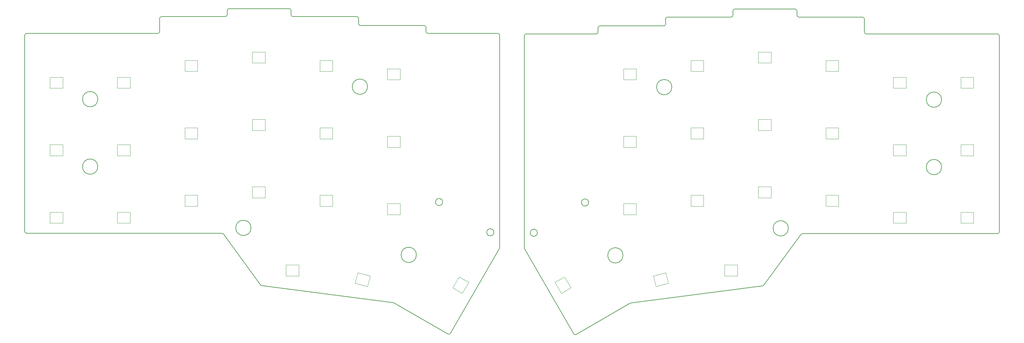
<source format=gm1>
G04 #@! TF.GenerationSoftware,KiCad,Pcbnew,7.0.7*
G04 #@! TF.CreationDate,2024-01-09T11:53:47+08:00*
G04 #@! TF.ProjectId,corne-cherry,636f726e-652d-4636-9865-7272792e6b69,3.0.1*
G04 #@! TF.SameCoordinates,Original*
G04 #@! TF.FileFunction,Profile,NP*
%FSLAX46Y46*%
G04 Gerber Fmt 4.6, Leading zero omitted, Abs format (unit mm)*
G04 Created by KiCad (PCBNEW 7.0.7) date 2024-01-09 11:53:47*
%MOMM*%
%LPD*%
G01*
G04 APERTURE LIST*
G04 #@! TA.AperFunction,Profile*
%ADD10C,0.200000*%
G04 #@! TD*
G04 #@! TA.AperFunction,Profile*
%ADD11C,0.120000*%
G04 #@! TD*
G04 APERTURE END LIST*
D10*
X181807964Y-102628624D02*
X218992829Y-97791818D01*
X130437729Y-111317428D02*
G75*
G03*
X131121024Y-111134331I250171J432928D01*
G01*
X269416000Y-45309500D02*
G75*
G03*
X269416000Y-45309500I-2150000J0D01*
G01*
X60606400Y-21914616D02*
X67717599Y-21914616D01*
X105717900Y-24414016D02*
X123716899Y-24414016D01*
X191184500Y-24547600D02*
G75*
G03*
X191684500Y-24047600I0J500000D01*
G01*
X115094436Y-102495040D02*
X77909571Y-97658234D01*
X144902029Y-87239199D02*
X131121025Y-111134331D01*
X107753900Y-41661416D02*
G75*
G03*
X107753900Y-41661416I-2150000J0D01*
G01*
X236316000Y-83050600D02*
X279066000Y-83049800D01*
X124216898Y-24913217D02*
X124218901Y-26167015D01*
X155572500Y-82804500D02*
G75*
G03*
X155572500Y-82804500I-1000000J0D01*
G01*
X152433546Y-26798000D02*
G75*
G03*
X151933500Y-27298000I-46J-500000D01*
G01*
X247684000Y-26298000D02*
G75*
G03*
X248183976Y-26798000I500000J0D01*
G01*
X211183900Y-19797800D02*
G75*
G03*
X210683900Y-20297800I0J-500000D01*
G01*
X269416000Y-64309500D02*
G75*
G03*
X269416000Y-64309500I-2150000J0D01*
G01*
X144968900Y-27164416D02*
X144968900Y-86989401D01*
X77570079Y-97457020D02*
X67115747Y-83121408D01*
X151933522Y-87122985D02*
G75*
G03*
X152000372Y-87372783I500078J-15D01*
G01*
X130437719Y-111317444D02*
X115280119Y-102557952D01*
X77570117Y-97456993D02*
G75*
G03*
X77909571Y-97658234I404083J294693D01*
G01*
X49718400Y-21916216D02*
X60606400Y-21914616D01*
X226259000Y-81550000D02*
G75*
G03*
X226259000Y-81550000I-2150000J0D01*
G01*
X179692500Y-89164500D02*
G75*
G03*
X179692500Y-89164500I-2150000J0D01*
G01*
X124218885Y-26167015D02*
G75*
G03*
X124718946Y-26666216I500015J815D01*
G01*
X166464681Y-111451028D02*
X181622281Y-102691536D01*
X31786400Y-45175916D02*
G75*
G03*
X31786400Y-45175916I-2150000J0D01*
G01*
X173185502Y-24547602D02*
G75*
G03*
X172685503Y-25046801I-2J-499998D01*
G01*
X11217484Y-82416000D02*
G75*
G03*
X11717484Y-82916016I500016J0D01*
G01*
X11719276Y-26666200D02*
G75*
G03*
X11219300Y-27166200I24J-500000D01*
G01*
X285684900Y-82549584D02*
X285683100Y-27299784D01*
X144902017Y-87239192D02*
G75*
G03*
X144968900Y-86989401I-433017J249792D01*
G01*
X105217884Y-23914016D02*
G75*
G03*
X105717900Y-24414016I500016J16D01*
G01*
X60586400Y-82917016D02*
X17836400Y-82916216D01*
X230190721Y-83049601D02*
X236316000Y-83050600D01*
X165781364Y-111267921D02*
G75*
G03*
X166464681Y-111451028I433136J249821D01*
G01*
X210183900Y-22049800D02*
G75*
G03*
X210683900Y-21549800I0J500000D01*
G01*
X228684802Y-21548921D02*
X228682996Y-20297079D01*
X198306000Y-22049800D02*
X198306000Y-22048200D01*
X128897900Y-74149916D02*
G75*
G03*
X128897900Y-74149916I-1000000J0D01*
G01*
X219332321Y-97590604D02*
X229786653Y-83254992D01*
X105217900Y-22414616D02*
X105217900Y-23914016D01*
X68719403Y-19664216D02*
X85718500Y-19664216D01*
X68719403Y-19664204D02*
G75*
G03*
X68219404Y-20163495I-3J-499996D01*
G01*
X49718400Y-21916200D02*
G75*
G03*
X49218400Y-22416216I0J-500000D01*
G01*
X86218484Y-20164216D02*
G75*
G03*
X85718500Y-19664216I-499984J16D01*
G01*
X86218484Y-21416216D02*
G75*
G03*
X86718500Y-21916216I500016J16D01*
G01*
X31786400Y-64175916D02*
G75*
G03*
X31786400Y-64175916I-2150000J0D01*
G01*
X170004500Y-74283500D02*
G75*
G03*
X170004500Y-74283500I-1000000J0D01*
G01*
X17836400Y-82916216D02*
X11717484Y-82916016D01*
X66711679Y-82916017D02*
X60586400Y-82917016D01*
X193448500Y-41795000D02*
G75*
G03*
X193448500Y-41795000I-2150000J0D01*
G01*
X48718424Y-26664400D02*
G75*
G03*
X49218400Y-26164416I-24J500000D01*
G01*
X236296000Y-22048200D02*
X229184801Y-22048200D01*
X210683900Y-20297800D02*
X210683900Y-21549800D01*
X279066000Y-83049800D02*
X285184917Y-83049600D01*
X247184000Y-22049800D02*
X236296000Y-22048200D01*
X218992829Y-97791815D02*
G75*
G03*
X219332320Y-97590604I-64429J495715D01*
G01*
X151933500Y-27298000D02*
X151933500Y-87122985D01*
X98596400Y-21916216D02*
X98596400Y-21914616D01*
X230190721Y-83049594D02*
G75*
G03*
X229786654Y-83254992I-21J-500106D01*
G01*
X68217598Y-21415337D02*
X68219404Y-20163495D01*
X152000371Y-87372783D02*
X165781375Y-111267915D01*
X210183900Y-22049800D02*
X198306000Y-22049800D01*
X115280126Y-102557940D02*
G75*
G03*
X115094436Y-102495040I-250226J-433160D01*
G01*
X124718946Y-26666216D02*
X144468854Y-26664416D01*
X228182997Y-19797800D02*
X211183900Y-19797800D01*
X124216883Y-24913217D02*
G75*
G03*
X123716899Y-24414016I-499983J-783D01*
G01*
X228684801Y-21548921D02*
G75*
G03*
X229184801Y-22048200I499999J721D01*
G01*
X285683100Y-27299784D02*
G75*
G03*
X285183125Y-26799800I-500000J-16D01*
G01*
X247684000Y-26298000D02*
X247684000Y-22549800D01*
X67717599Y-21914598D02*
G75*
G03*
X68217597Y-21415337I1J499998D01*
G01*
X144968884Y-27164416D02*
G75*
G03*
X144468854Y-26664416I-499984J16D01*
G01*
X192184500Y-22048200D02*
G75*
G03*
X191684500Y-22548200I0J-500000D01*
G01*
X198306000Y-22048200D02*
X192184500Y-22048200D01*
X191184500Y-24547600D02*
X173185502Y-24547600D01*
X98596400Y-21914616D02*
X104717900Y-21914616D01*
X121509900Y-89030916D02*
G75*
G03*
X121509900Y-89030916I-2150000J0D01*
G01*
X228682999Y-20297079D02*
G75*
G03*
X228182997Y-19797800I-499999J-721D01*
G01*
X191684500Y-22548200D02*
X191684500Y-24047600D01*
X74943400Y-81416416D02*
G75*
G03*
X74943400Y-81416416I-2150000J0D01*
G01*
X247684000Y-22549800D02*
G75*
G03*
X247184000Y-22049800I-500000J0D01*
G01*
X11719276Y-26666216D02*
X48718424Y-26664416D01*
X181807964Y-102628627D02*
G75*
G03*
X181622281Y-102691536I64436J-495673D01*
G01*
X11217500Y-82416000D02*
X11219300Y-27166200D01*
X143329900Y-82670916D02*
G75*
G03*
X143329900Y-82670916I-1000000J0D01*
G01*
X49218400Y-26164416D02*
X49218400Y-22416216D01*
X172183454Y-26799799D02*
G75*
G03*
X172683498Y-26300599I46J499999D01*
G01*
X105217884Y-22414616D02*
G75*
G03*
X104717900Y-21914616I-499984J16D01*
G01*
X67115734Y-83121417D02*
G75*
G03*
X66711679Y-82916017I-403934J-294483D01*
G01*
X172685502Y-25046801D02*
X172683499Y-26300599D01*
X172183454Y-26799800D02*
X152433546Y-26798000D01*
X285183125Y-26799800D02*
X248183976Y-26798000D01*
X86218500Y-20164216D02*
X86218500Y-21416216D01*
X86718500Y-21916216D02*
X98596400Y-21916216D01*
X285184917Y-83049600D02*
G75*
G03*
X285684900Y-82549584I-17J500000D01*
G01*
D11*
X18307500Y-38980000D02*
X21907500Y-38980000D01*
X18307500Y-42080000D02*
X18307500Y-38980000D01*
X21907500Y-38980000D02*
X21907500Y-42080000D01*
X21907500Y-42080000D02*
X18307500Y-42080000D01*
X37307500Y-38980000D02*
X40907500Y-38980000D01*
X37307500Y-42080000D02*
X37307500Y-38980000D01*
X40907500Y-38980000D02*
X40907500Y-42080000D01*
X40907500Y-42080000D02*
X37307500Y-42080000D01*
X56307500Y-34230000D02*
X59907500Y-34230000D01*
X56307500Y-37330000D02*
X56307500Y-34230000D01*
X59907500Y-34230000D02*
X59907500Y-37330000D01*
X59907500Y-37330000D02*
X56307500Y-37330000D01*
X75307500Y-31855000D02*
X78907500Y-31855000D01*
X75307500Y-34955000D02*
X75307500Y-31855000D01*
X78907500Y-31855000D02*
X78907500Y-34955000D01*
X78907500Y-34955000D02*
X75307500Y-34955000D01*
X94307500Y-34230000D02*
X97907500Y-34230000D01*
X94307500Y-37330000D02*
X94307500Y-34230000D01*
X97907500Y-34230000D02*
X97907500Y-37330000D01*
X97907500Y-37330000D02*
X94307500Y-37330000D01*
X113307500Y-36605000D02*
X116907500Y-36605000D01*
X113307500Y-39705000D02*
X113307500Y-36605000D01*
X116907500Y-36605000D02*
X116907500Y-39705000D01*
X116907500Y-39705000D02*
X113307500Y-39705000D01*
X18307500Y-57980000D02*
X21907500Y-57980000D01*
X18307500Y-61080000D02*
X18307500Y-57980000D01*
X21907500Y-57980000D02*
X21907500Y-61080000D01*
X21907500Y-61080000D02*
X18307500Y-61080000D01*
X37307500Y-57980000D02*
X40907500Y-57980000D01*
X37307500Y-61080000D02*
X37307500Y-57980000D01*
X40907500Y-57980000D02*
X40907500Y-61080000D01*
X40907500Y-61080000D02*
X37307500Y-61080000D01*
X56307500Y-53230000D02*
X59907500Y-53230000D01*
X56307500Y-56330000D02*
X56307500Y-53230000D01*
X59907500Y-53230000D02*
X59907500Y-56330000D01*
X59907500Y-56330000D02*
X56307500Y-56330000D01*
X75307500Y-50855000D02*
X78907500Y-50855000D01*
X75307500Y-53955000D02*
X75307500Y-50855000D01*
X78907500Y-50855000D02*
X78907500Y-53955000D01*
X78907500Y-53955000D02*
X75307500Y-53955000D01*
X94307500Y-53230000D02*
X97907500Y-53230000D01*
X94307500Y-56330000D02*
X94307500Y-53230000D01*
X97907500Y-53230000D02*
X97907500Y-56330000D01*
X97907500Y-56330000D02*
X94307500Y-56330000D01*
X113307500Y-55605000D02*
X116907500Y-55605000D01*
X113307500Y-58705000D02*
X113307500Y-55605000D01*
X116907500Y-55605000D02*
X116907500Y-58705000D01*
X116907500Y-58705000D02*
X113307500Y-58705000D01*
X18307500Y-76980000D02*
X21907500Y-76980000D01*
X18307500Y-80080000D02*
X18307500Y-76980000D01*
X21907500Y-76980000D02*
X21907500Y-80080000D01*
X21907500Y-80080000D02*
X18307500Y-80080000D01*
X37307500Y-76980000D02*
X40907500Y-76980000D01*
X37307500Y-80080000D02*
X37307500Y-76980000D01*
X40907500Y-76980000D02*
X40907500Y-80080000D01*
X40907500Y-80080000D02*
X37307500Y-80080000D01*
X56307500Y-72230000D02*
X59907500Y-72230000D01*
X56307500Y-75330000D02*
X56307500Y-72230000D01*
X59907500Y-72230000D02*
X59907500Y-75330000D01*
X59907500Y-75330000D02*
X56307500Y-75330000D01*
X75307500Y-69855000D02*
X78907500Y-69855000D01*
X75307500Y-72955000D02*
X75307500Y-69855000D01*
X78907500Y-69855000D02*
X78907500Y-72955000D01*
X78907500Y-72955000D02*
X75307500Y-72955000D01*
X113307500Y-74605000D02*
X116907500Y-74605000D01*
X113307500Y-77705000D02*
X113307500Y-74605000D01*
X116907500Y-74605000D02*
X116907500Y-77705000D01*
X116907500Y-77705000D02*
X113307500Y-77705000D01*
X131728782Y-98313846D02*
X133528782Y-95196154D01*
X134413460Y-99863846D02*
X131728782Y-98313846D01*
X133528782Y-95196154D02*
X136213460Y-96746154D01*
X136213460Y-96746154D02*
X134413460Y-99863846D01*
X217807500Y-50855000D02*
X221407500Y-50855000D01*
X217807500Y-53955000D02*
X217807500Y-50855000D01*
X221407500Y-50855000D02*
X221407500Y-53955000D01*
X221407500Y-53955000D02*
X217807500Y-53955000D01*
X198807500Y-53230000D02*
X202407500Y-53230000D01*
X198807500Y-56330000D02*
X198807500Y-53230000D01*
X202407500Y-53230000D02*
X202407500Y-56330000D01*
X202407500Y-56330000D02*
X198807500Y-56330000D01*
X179807500Y-55605000D02*
X183407500Y-55605000D01*
X179807500Y-58705000D02*
X179807500Y-55605000D01*
X183407500Y-55605000D02*
X183407500Y-58705000D01*
X183407500Y-58705000D02*
X179807500Y-58705000D01*
X274807500Y-76980000D02*
X278407500Y-76980000D01*
X274807500Y-80080000D02*
X274807500Y-76980000D01*
X278407500Y-76980000D02*
X278407500Y-80080000D01*
X278407500Y-80080000D02*
X274807500Y-80080000D01*
X255807500Y-76980000D02*
X259407500Y-76980000D01*
X255807500Y-80080000D02*
X255807500Y-76980000D01*
X259407500Y-76980000D02*
X259407500Y-80080000D01*
X259407500Y-80080000D02*
X255807500Y-80080000D01*
X236807500Y-72230000D02*
X240407500Y-72230000D01*
X236807500Y-75330000D02*
X236807500Y-72230000D01*
X240407500Y-72230000D02*
X240407500Y-75330000D01*
X240407500Y-75330000D02*
X236807500Y-75330000D01*
X217807500Y-69855000D02*
X221407500Y-69855000D01*
X217807500Y-72955000D02*
X217807500Y-69855000D01*
X221407500Y-69855000D02*
X221407500Y-72955000D01*
X221407500Y-72955000D02*
X217807500Y-72955000D01*
X198807500Y-72230000D02*
X202407500Y-72230000D01*
X198807500Y-75330000D02*
X198807500Y-72230000D01*
X202407500Y-72230000D02*
X202407500Y-75330000D01*
X202407500Y-75330000D02*
X198807500Y-75330000D01*
X179807500Y-74605000D02*
X183407500Y-74605000D01*
X179807500Y-77705000D02*
X179807500Y-74605000D01*
X183407500Y-74605000D02*
X183407500Y-77705000D01*
X183407500Y-77705000D02*
X179807500Y-77705000D01*
X208307500Y-91855000D02*
X211907500Y-91855000D01*
X208307500Y-94955000D02*
X208307500Y-91855000D01*
X211907500Y-91855000D02*
X211907500Y-94955000D01*
X211907500Y-94955000D02*
X208307500Y-94955000D01*
X188204054Y-94956837D02*
X191681387Y-94025089D01*
X189006393Y-97951207D02*
X188204054Y-94956837D01*
X191681387Y-94025089D02*
X192483726Y-97019459D01*
X192483726Y-97019459D02*
X189006393Y-97951207D01*
X84807500Y-91855000D02*
X88407500Y-91855000D01*
X84807500Y-94955000D02*
X84807500Y-91855000D01*
X88407500Y-91855000D02*
X88407500Y-94955000D01*
X88407500Y-94955000D02*
X84807500Y-94955000D01*
X105040613Y-94030089D02*
X108517946Y-94961837D01*
X104238274Y-97024459D02*
X105040613Y-94030089D01*
X108517946Y-94961837D02*
X107715607Y-97956207D01*
X107715607Y-97956207D02*
X104238274Y-97024459D01*
X94307500Y-72230000D02*
X97907500Y-72230000D01*
X94307500Y-75330000D02*
X94307500Y-72230000D01*
X97907500Y-72230000D02*
X97907500Y-75330000D01*
X97907500Y-75330000D02*
X94307500Y-75330000D01*
X274807500Y-38980000D02*
X278407500Y-38980000D01*
X274807500Y-42080000D02*
X274807500Y-38980000D01*
X278407500Y-38980000D02*
X278407500Y-42080000D01*
X278407500Y-42080000D02*
X274807500Y-42080000D01*
X255807500Y-38980000D02*
X259407500Y-38980000D01*
X255807500Y-42080000D02*
X255807500Y-38980000D01*
X259407500Y-38980000D02*
X259407500Y-42080000D01*
X259407500Y-42080000D02*
X255807500Y-42080000D01*
X236807500Y-34230000D02*
X240407500Y-34230000D01*
X236807500Y-37330000D02*
X236807500Y-34230000D01*
X240407500Y-34230000D02*
X240407500Y-37330000D01*
X240407500Y-37330000D02*
X236807500Y-37330000D01*
X217807500Y-31855000D02*
X221407500Y-31855000D01*
X217807500Y-34955000D02*
X217807500Y-31855000D01*
X221407500Y-31855000D02*
X221407500Y-34955000D01*
X221407500Y-34955000D02*
X217807500Y-34955000D01*
X198807500Y-34230000D02*
X202407500Y-34230000D01*
X198807500Y-37330000D02*
X198807500Y-34230000D01*
X202407500Y-34230000D02*
X202407500Y-37330000D01*
X202407500Y-37330000D02*
X198807500Y-37330000D01*
X179807500Y-36605000D02*
X183407500Y-36605000D01*
X179807500Y-39705000D02*
X179807500Y-36605000D01*
X183407500Y-36605000D02*
X183407500Y-39705000D01*
X183407500Y-39705000D02*
X179807500Y-39705000D01*
X274807500Y-57980000D02*
X278407500Y-57980000D01*
X274807500Y-61080000D02*
X274807500Y-57980000D01*
X278407500Y-57980000D02*
X278407500Y-61080000D01*
X278407500Y-61080000D02*
X274807500Y-61080000D01*
X255807500Y-57980000D02*
X259407500Y-57980000D01*
X255807500Y-61080000D02*
X255807500Y-57980000D01*
X259407500Y-57980000D02*
X259407500Y-61080000D01*
X259407500Y-61080000D02*
X255807500Y-61080000D01*
X236807500Y-53230000D02*
X240407500Y-53230000D01*
X236807500Y-56330000D02*
X236807500Y-53230000D01*
X240407500Y-53230000D02*
X240407500Y-56330000D01*
X240407500Y-56330000D02*
X236807500Y-56330000D01*
X163193218Y-95191154D02*
X164993218Y-98308846D01*
X160508540Y-96741154D02*
X163193218Y-95191154D01*
X164993218Y-98308846D02*
X162308540Y-99858846D01*
X162308540Y-99858846D02*
X160508540Y-96741154D01*
M02*

</source>
